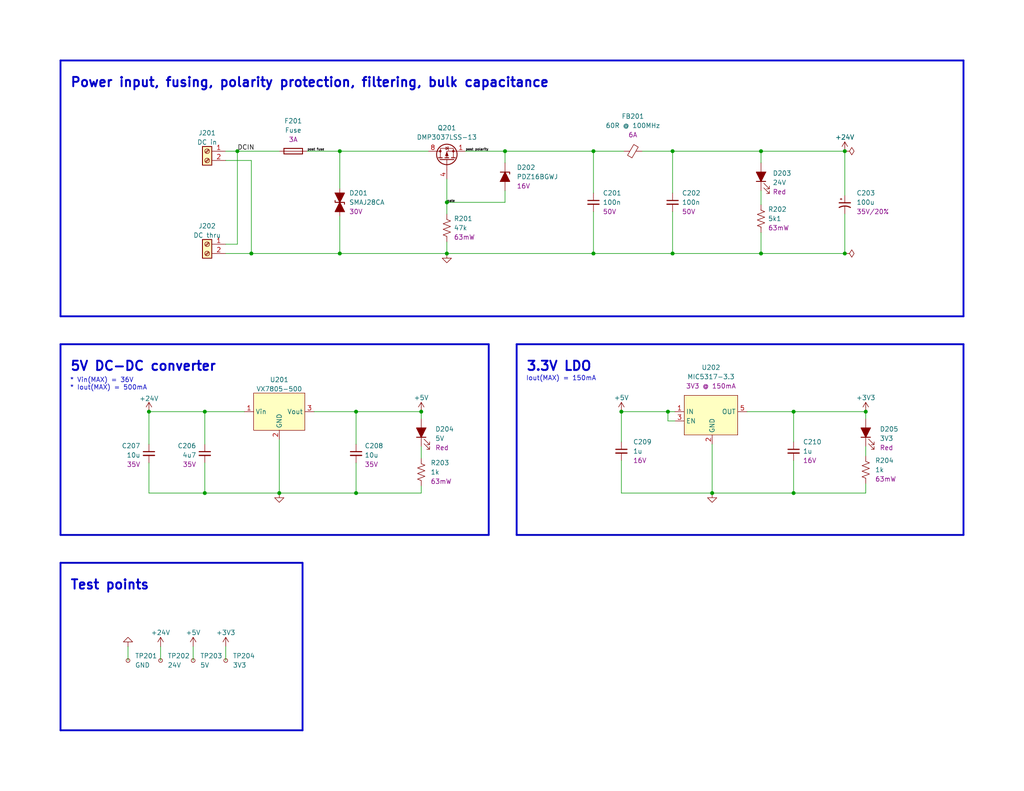
<source format=kicad_sch>
(kicad_sch (version 20211123) (generator eeschema)
  (paper "USLetter")
  (title_block (title "Starfish") (date "2022-10-14") (rev "v0") (company "Winterbloom") (comment 1 "Alethea Flowers") (comment 2 "CERN-OHL-S V2") (comment 3 "jellyfish.wntr.dev"))
  (lib_symbols
    (symbol "Connector:Screw_Terminal_01x02" (pin_names (offset 1.016) hide)
      (property "Reference" "J" (at 0 2.54 0))
      (property "Value" "Screw_Terminal_01x02" (at 0 -5.08 0))
      (symbol "Screw_Terminal_01x02_1_1"
        (rectangle (start -1.27 1.27) (end 1.27 -3.81) (stroke (width 0.254)) (fill (type background)))
        (circle (center 0 -2.54) (radius 0.635) (stroke (width 0.1524)))
        (polyline (pts (xy -0.5334 -2.2098) (xy 0.3302 -3.048)) (stroke (width 0.1524)))
        (polyline (pts (xy -0.5334 0.3302) (xy 0.3302 -0.508)) (stroke (width 0.1524)))
        (polyline (pts (xy -0.3556 -2.032) (xy 0.508 -2.8702)) (stroke (width 0.1524)))
        (polyline (pts (xy -0.3556 0.508) (xy 0.508 -0.3302)) (stroke (width 0.1524)))
        (circle (center 0 0) (radius 0.635) (stroke (width 0.1524)))
        (pin passive line (at -5.08 0 0) (length 3.81) (name "Pin_1") (number "1"))
        (pin passive line (at -5.08 -2.54 0) (length 3.81) (name "Pin_2") (number "2"))
      )
    )
    (symbol "Connector:TestPoint_Small" (pin_numbers hide) (pin_names (offset 0.762) hide)
      (property "Reference" "TP" (at 0 3.81 0))
      (property "Value" "TestPoint_Small" (at 0 2.032 0))
      (symbol "TestPoint_Small_0_1"
        (circle (center 0 0) (radius 0.508))
      )
      (symbol "TestPoint_Small_1_1"
        (pin passive line (at 0 0 90) (length 0) (name "1") (number "1"))
      )
    )
    (symbol "Device:C_Polarized_Small_US" (pin_numbers hide) (pin_names (offset 0.254) hide)
      (property "Reference" "C" (at 0.254 1.778 0))
      (property "Value" "C_Polarized_Small_US" (at 0.254 -2.032 0))
      (symbol "C_Polarized_Small_US_0_1"
        (polyline (pts (xy -1.524 0.508) (xy 1.524 0.508)) (stroke (width 0.3048)))
        (polyline (pts (xy -1.27 1.524) (xy -0.762 1.524)))
        (polyline (pts (xy -1.016 1.27) (xy -1.016 1.778)))
        (arc (start 1.524 -0.762) (mid 0 -0.3734) (end -1.524 -0.762) (stroke (width 0.3048)))
      )
      (symbol "C_Polarized_Small_US_1_1"
        (pin passive line (at 0 2.54 270) (length 2.032) (name "~") (number "1"))
        (pin passive line (at 0 -2.54 90) (length 2.032) (name "~") (number "2"))
      )
    )
    (symbol "Device:C_Small" (pin_numbers hide) (pin_names (offset 0.254) hide)
      (property "Reference" "C" (at 0.254 1.778 0))
      (property "Value" "C_Small" (at 0.254 -2.032 0))
      (symbol "C_Small_0_1"
        (polyline (pts (xy -1.524 -0.508) (xy 1.524 -0.508)) (stroke (width 0.3302)))
        (polyline (pts (xy -1.524 0.508) (xy 1.524 0.508)) (stroke (width 0.3048)))
      )
      (symbol "C_Small_1_1"
        (pin passive line (at 0 2.54 270) (length 2.032) (name "~") (number "1"))
        (pin passive line (at 0 -2.54 90) (length 2.032) (name "~") (number "2"))
      )
    )
    (symbol "Device:D_TVS_Filled" (pin_numbers hide) (pin_names (offset 1.016) hide)
      (property "Reference" "D" (at 0 2.54 0))
      (property "Value" "D_TVS_Filled" (at 0 -2.54 0))
      (symbol "D_TVS_Filled_0_1"
        (polyline (pts (xy 1.27 0) (xy -1.27 0)))
        (polyline (pts (xy -2.54 -1.27) (xy 0 0) (xy -2.54 1.27) (xy -2.54 -1.27)) (stroke (width 0.254)) (fill (type outline)))
        (polyline (pts (xy 0.508 1.27) (xy 0 1.27) (xy 0 -1.27) (xy -0.508 -1.27)) (stroke (width 0.254)))
        (polyline (pts (xy 2.54 1.27) (xy 2.54 -1.27) (xy 0 0) (xy 2.54 1.27)) (stroke (width 0.254)) (fill (type outline)))
      )
      (symbol "D_TVS_Filled_1_1"
        (pin passive line (at -3.81 0 0) (length 2.54) (name "A1") (number "1"))
        (pin passive line (at 3.81 0 180) (length 2.54) (name "A2") (number "2"))
      )
    )
    (symbol "Device:D_Zener_Filled" (pin_numbers hide) (pin_names (offset 1.016) hide)
      (property "Reference" "D" (at 0 2.54 0))
      (property "Value" "D_Zener_Filled" (at 0 -2.54 0))
      (symbol "D_Zener_Filled_0_1"
        (polyline (pts (xy 1.27 0) (xy -1.27 0)))
        (polyline (pts (xy -1.27 -1.27) (xy -1.27 1.27) (xy -0.762 1.27)) (stroke (width 0.254)))
        (polyline (pts (xy 1.27 -1.27) (xy 1.27 1.27) (xy -1.27 0) (xy 1.27 -1.27)) (stroke (width 0.254)) (fill (type outline)))
      )
      (symbol "D_Zener_Filled_1_1"
        (pin passive line (at -3.81 0 0) (length 2.54) (name "K") (number "1"))
        (pin passive line (at 3.81 0 180) (length 2.54) (name "A") (number "2"))
      )
    )
    (symbol "Device:FerriteBead_Small" (pin_numbers hide) (pin_names (offset 0))
      (property "Reference" "FB" (at 1.905 1.27 0))
      (property "Value" "FerriteBead_Small" (at 1.905 -1.27 0))
      (symbol "FerriteBead_Small_0_1"
        (polyline (pts (xy 0 -1.27) (xy 0 -0.7874)))
        (polyline (pts (xy 0 0.889) (xy 0 1.2954)))
        (polyline (pts (xy -1.8288 0.2794) (xy -1.1176 1.4986) (xy 1.8288 -0.2032) (xy 1.1176 -1.4224) (xy -1.8288 0.2794)))
      )
      (symbol "FerriteBead_Small_1_1"
        (pin passive line (at 0 2.54 270) (length 1.27) (name "~") (number "1"))
        (pin passive line (at 0 -2.54 90) (length 1.27) (name "~") (number "2"))
      )
    )
    (symbol "Device:Fuse" (pin_numbers hide) (pin_names (offset 0))
      (property "Reference" "F" (at 2.032 0 90))
      (property "Value" "Fuse" (at -1.905 0 90))
      (symbol "Fuse_0_1"
        (rectangle (start -0.762 -2.54) (end 0.762 2.54) (stroke (width 0.254)))
        (polyline (pts (xy 0 2.54) (xy 0 -2.54)))
      )
      (symbol "Fuse_1_1"
        (pin passive line (at 0 3.81 270) (length 1.27) (name "~") (number "1"))
        (pin passive line (at 0 -3.81 90) (length 1.27) (name "~") (number "2"))
      )
    )
    (symbol "Device:LED_Filled" (pin_numbers hide) (pin_names (offset 1.016) hide)
      (property "Reference" "D" (at 0 2.54 0))
      (property "Value" "LED_Filled" (at 0 -2.54 0))
      (symbol "LED_Filled_0_1"
        (polyline (pts (xy -1.27 -1.27) (xy -1.27 1.27)) (stroke (width 0.254)))
        (polyline (pts (xy -1.27 0) (xy 1.27 0)))
        (polyline (pts (xy 1.27 -1.27) (xy 1.27 1.27) (xy -1.27 0) (xy 1.27 -1.27)) (stroke (width 0.254)) (fill (type outline)))
        (polyline (pts (xy -3.048 -0.762) (xy -4.572 -2.286) (xy -3.81 -2.286) (xy -4.572 -2.286) (xy -4.572 -1.524)))
        (polyline (pts (xy -1.778 -0.762) (xy -3.302 -2.286) (xy -2.54 -2.286) (xy -3.302 -2.286) (xy -3.302 -1.524)))
      )
      (symbol "LED_Filled_1_1"
        (pin passive line (at -3.81 0 0) (length 2.54) (name "K") (number "1"))
        (pin passive line (at 3.81 0 180) (length 2.54) (name "A") (number "2"))
      )
    )
    (symbol "Device:R_US" (pin_numbers hide) (pin_names (offset 0))
      (property "Reference" "R" (at 2.54 0 90))
      (property "Value" "R_US" (at -2.54 0 90))
      (symbol "R_US_0_1"
        (polyline (pts (xy 0 -2.286) (xy 0 -2.54)))
        (polyline (pts (xy 0 2.286) (xy 0 2.54)))
        (polyline (pts (xy 0 -0.762) (xy 1.016 -1.143) (xy 0 -1.524) (xy -1.016 -1.905) (xy 0 -2.286)))
        (polyline (pts (xy 0 0.762) (xy 1.016 0.381) (xy 0 0) (xy -1.016 -0.381) (xy 0 -0.762)))
        (polyline (pts (xy 0 2.286) (xy 1.016 1.905) (xy 0 1.524) (xy -1.016 1.143) (xy 0 0.762)))
      )
      (symbol "R_US_1_1"
        (pin passive line (at 0 3.81 270) (length 1.27) (name "~") (number "1"))
        (pin passive line (at 0 -3.81 90) (length 1.27) (name "~") (number "2"))
      )
    )
    (symbol "Transistor_FET:IRF7404" (pin_names hide)
      (property "Reference" "Q" (at 5.08 1.905 0))
      (property "Value" "IRF7404" (at 5.08 0 0))
      (symbol "IRF7404_0_1"
        (polyline (pts (xy 0.254 0) (xy -2.54 0)))
        (polyline (pts (xy 0.254 1.905) (xy 0.254 -1.905)) (stroke (width 0.254)))
        (polyline (pts (xy 0.762 -1.27) (xy 0.762 -2.286)) (stroke (width 0.254)))
        (polyline (pts (xy 0.762 0.508) (xy 0.762 -0.508)) (stroke (width 0.254)))
        (polyline (pts (xy 0.762 2.286) (xy 0.762 1.27)) (stroke (width 0.254)))
        (polyline (pts (xy 2.54 2.54) (xy 2.54 1.778)))
        (polyline (pts (xy 2.54 -2.54) (xy 2.54 0) (xy 0.762 0)))
        (polyline (pts (xy 0.762 1.778) (xy 3.302 1.778) (xy 3.302 -1.778) (xy 0.762 -1.778)))
        (polyline (pts (xy 2.286 0) (xy 1.27 0.381) (xy 1.27 -0.381) (xy 2.286 0)) (fill (type outline)))
        (polyline (pts (xy 2.794 -0.508) (xy 2.921 -0.381) (xy 3.683 -0.381) (xy 3.81 -0.254)))
        (polyline (pts (xy 3.302 -0.381) (xy 2.921 0.254) (xy 3.683 0.254) (xy 3.302 -0.381)))
        (circle (center 1.651 0) (radius 2.794) (stroke (width 0.254)))
        (circle (center 2.54 -1.778) (radius 0.254) (fill (type outline)))
        (circle (center 2.54 1.778) (radius 0.254) (fill (type outline)))
      )
      (symbol "IRF7404_1_1"
        (pin passive line (at 2.54 -5.08 90) (length 2.54) (name "S") (number "1"))
        (pin passive line (at 2.54 -5.08 90) (length 2.54) hide (name "S") (number "2"))
        (pin passive line (at 2.54 -5.08 90) (length 2.54) hide (name "S") (number "3"))
        (pin passive line (at -5.08 0 0) (length 2.54) (name "G") (number "4"))
        (pin passive line (at 2.54 5.08 270) (length 2.54) hide (name "D") (number "5"))
        (pin passive line (at 2.54 5.08 270) (length 2.54) hide (name "D") (number "6"))
        (pin passive line (at 2.54 5.08 270) (length 2.54) hide (name "D") (number "7"))
        (pin passive line (at 2.54 5.08 270) (length 2.54) (name "D") (number "8"))
      )
    )
    (symbol "power:+24V" (power) (pin_names (offset 0))
      (property "Value" "+24V" (at 0 3.556 0))
      (symbol "+24V_0_1"
        (polyline (pts (xy -0.762 1.27) (xy 0 2.54)))
        (polyline (pts (xy 0 0) (xy 0 2.54)))
        (polyline (pts (xy 0 2.54) (xy 0.762 1.27)))
      )
      (symbol "+24V_1_1"
        (pin power_in line (at 0 0 90) (length 0) hide (name "+24V") (number "1"))
      )
    )
    (symbol "power:+3V3" (power) (pin_names (offset 0))
      (property "Value" "+3V3" (at 0 3.556 0))
      (symbol "+3V3_0_1"
        (polyline (pts (xy -0.762 1.27) (xy 0 2.54)))
        (polyline (pts (xy 0 0) (xy 0 2.54)))
        (polyline (pts (xy 0 2.54) (xy 0.762 1.27)))
      )
      (symbol "+3V3_1_1"
        (pin power_in line (at 0 0 90) (length 0) hide (name "+3V3") (number "1"))
      )
    )
    (symbol "power:+5V" (power) (pin_names (offset 0))
      (property "Value" "+5V" (at 0 3.556 0))
      (symbol "+5V_0_1"
        (polyline (pts (xy -0.762 1.27) (xy 0 2.54)))
        (polyline (pts (xy 0 0) (xy 0 2.54)))
        (polyline (pts (xy 0 2.54) (xy 0.762 1.27)))
      )
      (symbol "+5V_1_1"
        (pin power_in line (at 0 0 90) (length 0) hide (name "+5V") (number "1"))
      )
    )
    (symbol "power:GND" (power) (pin_names (offset 0))
      (property "Value" "GND" (at 0 -3.81 0))
      (symbol "GND_0_1"
        (polyline (pts (xy 0 0) (xy 0 -1.27) (xy 1.27 -1.27) (xy 0 -2.54) (xy -1.27 -1.27) (xy 0 -1.27)))
      )
      (symbol "GND_1_1"
        (pin power_in line (at 0 0 270) (length 0) hide (name "GND") (number "1"))
      )
    )
    (symbol "power:PWR_FLAG" (power) (pin_numbers hide) (pin_names (offset 0) hide)
      (property "Value" "PWR_FLAG" (at 0 3.81 0))
      (symbol "PWR_FLAG_0_0"
        (pin power_out line (at 0 0 90) (length 0) (name "pwr") (number "1"))
      )
      (symbol "PWR_FLAG_0_1"
        (polyline (pts (xy 0 0) (xy 0 1.27) (xy -1.016 1.905) (xy 0 2.54) (xy 1.016 1.905) (xy 0 1.27)))
      )
    )
    (symbol "winterbloom:MIC5317"
      (property "Reference" "U" (at 0 7.62 0))
      (property "Value" "MIC5317" (at 0 5.715 0))
      (symbol "MIC5317_0_0"
        (pin power_in line (at -10.16 0 0) (length 2.54) (name "IN") (number "1"))
        (pin power_in line (at 0 -8.89 90) (length 2.54) (name "GND") (number "2"))
        (pin input line (at -10.16 -2.54 0) (length 2.54) (name "EN") (number "3"))
        (pin no_connect line (at 0 0 0) (length 2.54) hide (name "NC") (number "4"))
        (pin power_out line (at 9.525 0 180) (length 2.54) (name "OUT") (number "5"))
      )
      (symbol "MIC5317_0_1"
        (rectangle (start -7.62 4.445) (end 6.985 -6.35) (stroke (width 0.1524)) (fill (type background)))
      )
    )
    (symbol "winterbloom:VX7805-500"
      (property "Reference" "U" (at 6.985 -6.35 0))
      (property "Value" "VX7805-500" (at 0 6.35 0))
      (symbol "VX7805-500_0_0"
        (pin power_in line (at -9.525 0 0) (length 2.54) (name "Vin") (number "1"))
        (pin power_in line (at 0 -7.62 90) (length 2.54) (name "GND") (number "2"))
        (pin power_out line (at 9.525 0 180) (length 2.54) (name "Vout") (number "3"))
      )
      (symbol "VX7805-500_0_1"
        (rectangle (start 6.985 -5.08) (end -6.985 5.08) (stroke (width 0.1524)) (fill (type background)))
      )
    )
  )
  (junction (at 121.92 55.245))
  (junction (at 183.515 69.215))
  (junction (at 55.88 134.62))
  (junction (at 92.71 69.215))
  (junction (at 68.58 69.215))
  (junction (at 97.155 112.395))
  (junction (at 236.22 112.395))
  (junction (at 92.71 41.275))
  (junction (at 230.505 69.215))
  (junction (at 161.925 69.215))
  (junction (at 64.77 41.275))
  (junction (at 114.935 112.395))
  (junction (at 216.535 134.62))
  (junction (at 183.515 41.275))
  (junction (at 182.245 112.395))
  (junction (at 216.535 112.395))
  (junction (at 169.545 112.395))
  (junction (at 207.645 41.275))
  (junction (at 194.31 134.62))
  (junction (at 55.88 112.395))
  (junction (at 76.2 134.62))
  (junction (at 207.645 69.215))
  (junction (at 121.92 69.215))
  (junction (at 161.925 41.275))
  (junction (at 137.795 41.275))
  (junction (at 230.505 41.275))
  (junction (at 97.155 134.62))
  (junction (at 40.64 112.395))
  (wire (pts (xy 169.545 112.395) (xy 182.245 112.395)))
  (wire (pts (xy 216.535 112.395) (xy 216.535 120.65)))
  (wire (pts (xy 92.71 41.275) (xy 116.84 41.275)))
  (polyline (pts (xy 133.35 93.98) (xy 133.35 146.05)) (stroke (width 0.5) (type solid)))
  (polyline (pts (xy 140.97 93.98) (xy 262.89 93.98)) (stroke (width 0.5) (type solid)))
  (wire (pts (xy 114.935 132.715) (xy 114.935 134.62)))
  (wire (pts (xy 161.925 41.275) (xy 161.925 52.705)))
  (wire (pts (xy 121.92 66.04) (xy 121.92 69.215)))
  (wire (pts (xy 64.77 41.275) (xy 76.2 41.275)))
  (polyline (pts (xy 16.51 93.98) (xy 133.35 93.98)) (stroke (width 0.5) (type solid)))
  (wire (pts (xy 207.645 55.88) (xy 207.645 52.07)))
  (polyline (pts (xy 140.97 93.98) (xy 140.97 146.05)) (stroke (width 0.5) (type solid)))
  (wire (pts (xy 76.2 120.015) (xy 76.2 134.62)))
  (wire (pts (xy 236.22 112.395) (xy 236.22 114.3)))
  (wire (pts (xy 194.31 121.285) (xy 194.31 134.62)))
  (wire (pts (xy 169.545 134.62) (xy 194.31 134.62)))
  (wire (pts (xy 61.595 43.815) (xy 68.58 43.815)))
  (wire (pts (xy 183.515 69.215) (xy 207.645 69.215)))
  (wire (pts (xy 121.92 55.245) (xy 121.92 58.42)))
  (wire (pts (xy 182.245 112.395) (xy 184.15 112.395)))
  (wire (pts (xy 61.595 176.53) (xy 61.595 180.34)))
  (wire (pts (xy 161.925 41.275) (xy 170.18 41.275)))
  (wire (pts (xy 137.795 41.275) (xy 161.925 41.275)))
  (wire (pts (xy 184.15 114.935) (xy 182.245 114.935)))
  (wire (pts (xy 169.545 134.62) (xy 169.545 125.73)))
  (wire (pts (xy 34.925 176.53) (xy 34.925 180.34)))
  (wire (pts (xy 183.515 69.215) (xy 161.925 69.215)))
  (wire (pts (xy 55.88 112.395) (xy 66.675 112.395)))
  (wire (pts (xy 207.645 44.45) (xy 207.645 41.275)))
  (wire (pts (xy 55.88 126.365) (xy 55.88 134.62)))
  (wire (pts (xy 76.2 134.62) (xy 97.155 134.62)))
  (wire (pts (xy 92.71 59.055) (xy 92.71 69.215)))
  (wire (pts (xy 194.31 134.62) (xy 216.535 134.62)))
  (wire (pts (xy 183.515 57.785) (xy 183.515 69.215)))
  (wire (pts (xy 207.645 69.215) (xy 230.505 69.215)))
  (wire (pts (xy 52.705 176.53) (xy 52.705 180.34)))
  (polyline (pts (xy 16.51 153.67) (xy 82.55 153.67)) (stroke (width 0.5) (type solid)))
  (wire (pts (xy 207.645 63.5) (xy 207.645 69.215)))
  (polyline (pts (xy 16.51 16.51) (xy 16.51 86.36)) (stroke (width 0.5) (type solid)))
  (polyline (pts (xy 262.89 16.51) (xy 262.89 86.36)) (stroke (width 0.5) (type solid)))
  (wire (pts (xy 97.155 134.62) (xy 97.155 126.365)))
  (wire (pts (xy 61.595 41.275) (xy 64.77 41.275)))
  (wire (pts (xy 55.88 134.62) (xy 76.2 134.62)))
  (wire (pts (xy 97.155 112.395) (xy 114.935 112.395)))
  (wire (pts (xy 121.92 69.215) (xy 161.925 69.215)))
  (wire (pts (xy 230.505 41.275) (xy 230.505 53.34)))
  (wire (pts (xy 161.925 69.215) (xy 161.925 57.785)))
  (wire (pts (xy 92.71 69.215) (xy 121.92 69.215)))
  (polyline (pts (xy 262.89 146.05) (xy 140.97 146.05)) (stroke (width 0.5) (type solid)))
  (wire (pts (xy 169.545 120.65) (xy 169.545 112.395)))
  (wire (pts (xy 216.535 112.395) (xy 236.22 112.395)))
  (wire (pts (xy 68.58 69.215) (xy 92.71 69.215)))
  (wire (pts (xy 236.22 124.46) (xy 236.22 121.92)))
  (wire (pts (xy 127 41.275) (xy 137.795 41.275)))
  (polyline (pts (xy 262.89 86.36) (xy 16.51 86.36)) (stroke (width 0.5) (type solid)))
  (wire (pts (xy 85.725 112.395) (xy 97.155 112.395)))
  (polyline (pts (xy 16.51 153.67) (xy 16.51 199.39)) (stroke (width 0.5) (type solid)))
  (wire (pts (xy 61.595 66.675) (xy 64.77 66.675)))
  (wire (pts (xy 182.245 114.935) (xy 182.245 112.395)))
  (wire (pts (xy 183.515 41.275) (xy 183.515 52.705)))
  (wire (pts (xy 55.88 134.62) (xy 40.64 134.62)))
  (wire (pts (xy 216.535 134.62) (xy 236.22 134.62)))
  (wire (pts (xy 207.645 41.275) (xy 230.505 41.275)))
  (wire (pts (xy 121.92 48.895) (xy 121.92 55.245)))
  (wire (pts (xy 55.88 112.395) (xy 40.64 112.395)))
  (wire (pts (xy 183.515 41.275) (xy 207.645 41.275)))
  (polyline (pts (xy 133.35 146.05) (xy 16.51 146.05)) (stroke (width 0.5) (type solid)))
  (polyline (pts (xy 16.51 16.51) (xy 262.89 16.51)) (stroke (width 0.5) (type solid)))
  (wire (pts (xy 114.935 114.3) (xy 114.935 112.395)))
  (wire (pts (xy 175.26 41.275) (xy 183.515 41.275)))
  (wire (pts (xy 40.64 126.365) (xy 40.64 134.62)))
  (wire (pts (xy 216.535 125.73) (xy 216.535 134.62)))
  (wire (pts (xy 230.505 58.42) (xy 230.505 69.215)))
  (wire (pts (xy 137.795 41.275) (xy 137.795 44.45)))
  (wire (pts (xy 92.71 41.275) (xy 92.71 51.435)))
  (wire (pts (xy 137.795 52.07) (xy 137.795 55.245)))
  (wire (pts (xy 114.935 134.62) (xy 97.155 134.62)))
  (wire (pts (xy 40.64 112.395) (xy 40.64 121.285)))
  (polyline (pts (xy 262.89 93.98) (xy 262.89 146.05)) (stroke (width 0.5) (type solid)))
  (wire (pts (xy 68.58 43.815) (xy 68.58 69.215)))
  (wire (pts (xy 83.82 41.275) (xy 92.71 41.275)))
  (wire (pts (xy 43.815 176.53) (xy 43.815 180.34)))
  (wire (pts (xy 114.935 125.095) (xy 114.935 121.92)))
  (wire (pts (xy 121.92 55.245) (xy 137.795 55.245)))
  (wire (pts (xy 97.155 112.395) (xy 97.155 121.285)))
  (wire (pts (xy 203.835 112.395) (xy 216.535 112.395)))
  (polyline (pts (xy 16.51 93.98) (xy 16.51 146.05)) (stroke (width 0.5) (type solid)))
  (polyline (pts (xy 82.55 153.67) (xy 82.55 199.39)) (stroke (width 0.5) (type solid)))
  (wire (pts (xy 236.22 134.62) (xy 236.22 132.08)))
  (wire (pts (xy 55.88 112.395) (xy 55.88 121.285)))
  (wire (pts (xy 64.77 41.275) (xy 64.77 66.675)))
  (wire (pts (xy 61.595 69.215) (xy 68.58 69.215)))
  (polyline (pts (xy 82.55 199.39) (xy 16.51 199.39)) (stroke (width 0.5) (type solid)))
  (text "Test points" (at 19.05 161.29 0) (effects (font (size 2.54 2.54) (thickness 0.508) bold) (justify left bottom)))
  (text "3.3V LDO" (at 143.51 101.6 0) (effects (font (size 2.54 2.54) (thickness 0.508) bold) (justify left bottom)))
  (text "Iout(MAX) = 150mA" (at 143.51 104.14 0) (effects (font (size 1.27 1.27)) (justify left bottom)))
  (text "* Vin(MAX) = 36V\n* Iout(MAX) = 500mA" (at 19.05 106.68 0) (effects (font (size 1.27 1.27)) (justify left bottom)))
  (text "5V DC-DC converter" (at 19.05 101.6 0) (effects (font (size 2.54 2.54) (thickness 0.508) bold) (justify left bottom)))
  (text "Power input, fusing, polarity protection, filtering, bulk capacitance" (at 19.05 24.13 0) (effects (font (size 2.54 2.54) (thickness 0.508) bold) (justify left bottom)))
  (label "gate" (at 121.92 55.3485 0) (effects (font (size 0.64 0.64))))
  (label "post fuse" (at 83.82 41.275 0) (effects (font (size 0.64 0.64))))
  (label "post polarity" (at 127 41.275 0) (effects (font (size 0.64 0.64))))
  (label "DCIN" (at 64.77 41.275 0))
  (symbol (lib_id "Connector:Screw_Terminal_01x02") (at 56.515 66.675 0) (mirror y) (unit 1)
    (property "Reference" "J202" (at 56.515 61.7052 0))
    (property "Value" "DC thru" (at 56.515 64.2421 0))
    (property "Footprint" "winterbloom:TerminalBlock_CUI_TB002-500_1x02_P5.00mm_Vertical" (effects hide))
    (property "Datasheet" "https://www.cuidevices.com/product/resource/tb002-500.pdf" (effects hide))
    (property "mpn" "TB002-500-02BE" (effects hide))
  )
  (symbol (lib_id "power:+5V") (at 52.705 176.53 0) (unit 1)
    (property "Reference" "#PWR0211" (effects hide))
    (property "Value" "+5V" (at 52.705 172.72 0))
  )
  (symbol (lib_id "power:PWR_FLAG") (at 230.505 41.275 270) (unit 1)
    (property "Reference" "#FLG0201" (effects hide))
    (property "Value" "PWR_FLAG" (effects hide))
  )
  (symbol (lib_id "power:GND") (at 194.31 134.62 0) (unit 1)
    (property "Reference" "#PWR0207" (effects hide))
    (property "Value" "GND" (effects hide))
  )
  (symbol (lib_id "Connector:TestPoint_Small") (at 43.815 180.34 180) (unit 1)
    (property "Reference" "TP202" (at 45.72 179.0699 0) (effects (justify right)))
    (property "Value" "24V" (at 45.72 181.6099 0) (effects (justify right)))
    (property "Footprint" "TestPoint:TestPoint_Pad_1.0x1.0mm" (effects hide))
  )
  (symbol (lib_id "Device:C_Small") (at 161.925 55.245 0) (unit 1)
    (property "Reference" "C201" (at 164.465 52.7112 0) (effects (justify left)))
    (property "Value" "100n" (at 164.465 55.2512 0) (effects (justify left)))
    (property "Footprint" "winterbloom:C_0603_HandSolder" (effects hide))
    (property "Rating" "50V" (at 164.465 57.7912 0) (effects (justify left)))
    (property "mpn" "CL10B104KB8NNWC" (effects hide))
  )
  (symbol (lib_id "Device:R_US") (at 207.645 59.69 0) (unit 1)
    (property "Reference" "R202" (at 209.55 57.1499 0) (effects (justify left)))
    (property "Value" "5k1" (at 209.55 59.6899 0) (effects (justify left)))
    (property "Footprint" "winterbloom:R_0402_HandSolder" (effects hide))
    (property "mpn" "AC0603FR-075K1L" (effects hide))
    (property "Rating" "63mW" (at 209.55 62.2299 0) (effects (justify left)))
  )
  (symbol (lib_id "power:+5V") (at 169.545 112.395 0) (unit 1)
    (property "Reference" "#PWR0206" (effects hide))
    (property "Value" "+5V" (at 169.545 108.585 0))
  )
  (symbol (lib_id "Device:D_TVS_Filled") (at 92.71 55.245 270) (unit 1)
    (property "Reference" "D201" (at 95.25 52.7049 90) (effects (justify left)))
    (property "Value" "SMAJ28CA" (at 95.25 55.2449 90) (effects (justify left)))
    (property "Footprint" "winterbloom:D_SMA" (effects hide))
    (property "Datasheet" "https://www.littelfuse.com/~/media/electronics/datasheets/tvs_diodes/littelfuse_tvs_diode_smaj_datasheet.pdf.pdf" (effects hide))
    (property "Rating" "30V" (at 95.25 57.7849 90) (effects (justify left)))
    (property "mpn" "SMAJ28CA" (effects hide))
  )
  (symbol (lib_id "Device:C_Small") (at 183.515 55.245 0) (unit 1)
    (property "Reference" "C202" (at 186.055 52.7112 0) (effects (justify left)))
    (property "Value" "100n" (at 186.055 55.2512 0) (effects (justify left)))
    (property "Footprint" "winterbloom:C_0603_HandSolder" (effects hide))
    (property "Rating" "50V" (at 186.055 57.7912 0) (effects (justify left)))
    (property "mpn" "CL10B104KB8NNWC" (effects hide))
  )
  (symbol (lib_id "winterbloom:VX7805-500") (at 76.2 112.395 0) (unit 1)
    (property "Reference" "U201" (at 76.2 103.666 0))
    (property "Value" "VX7805-500" (at 76.2 106.2029 0))
    (property "Footprint" "winterbloom:Converter_DCDC_CUI_VX78-500_THT" (effects hide))
    (property "Datasheet" "https://www.mouser.com/datasheet/2/670/vx78_500-1774570.pdf" (effects hide))
    (property "mpn" "VX7805-500" (effects hide))
  )
  (symbol (lib_id "Transistor_FET:IRF7404") (at 121.92 43.815 90) (unit 1)
    (property "Reference" "Q201" (at 121.92 34.925 90))
    (property "Value" "DMP3037LSS-13" (at 121.92 37.465 90))
    (property "Footprint" "Package_SO:SOIC-8_3.9x4.9mm_P1.27mm" (effects hide))
    (property "Datasheet" "https://www.diodes.com/assets/Datasheets/DMP3037LSS.pdf" (effects hide))
    (property "mpn" "DMP3037LSS-13" (effects hide))
  )
  (symbol (lib_id "Device:FerriteBead_Small") (at 172.72 41.275 90) (unit 1)
    (property "Reference" "FB201" (at 172.6819 31.75 90))
    (property "Value" "60R @ 100MHz" (at 172.6819 34.29 90))
    (property "Footprint" "Inductor_SMD:L_1806_4516Metric_Pad1.45x1.90mm_HandSolder" (effects hide))
    (property "Datasheet" "https://www.murata.com/en-us/products/productdata/8796739862558/ENFA0007.pdf" (effects hide))
    (property "Rating" "6A" (at 172.6819 36.83 90))
    (property "mpn" "BLM41PG600SN1L" (effects hide))
  )
  (symbol (lib_id "power:+24V") (at 40.64 112.395 0) (unit 1)
    (property "Reference" "#PWR0203" (effects hide))
    (property "Value" "+24V" (at 40.64 108.8192 0))
  )
  (symbol (lib_id "power:+24V") (at 43.815 176.53 0) (unit 1)
    (property "Reference" "#PWR0210" (effects hide))
    (property "Value" "+24V" (at 43.815 172.72 0))
  )
  (symbol (lib_id "Device:LED_Filled") (at 114.935 118.11 90) (unit 1)
    (property "Reference" "D204" (at 118.745 117.1574 90) (effects (justify right)))
    (property "Value" "5V" (at 118.745 119.6974 90) (effects (justify right)))
    (property "Footprint" "winterbloom:LED_0805_Kingbright_APT2012" (effects hide))
    (property "Datasheet" "https://www.kingbrightusa.com/images/catalog/SPEC/APT2012EC.pdf" (effects hide))
    (property "mpn" "APT2012EC" (effects hide))
    (property "Rating" "Red" (at 118.745 122.2374 90) (effects (justify right)))
  )
  (symbol (lib_id "Device:LED_Filled") (at 207.645 48.26 90) (unit 1)
    (property "Reference" "D203" (at 210.82 47.3074 90) (effects (justify right)))
    (property "Value" "24V" (at 210.82 49.8474 90) (effects (justify right)))
    (property "Footprint" "winterbloom:LED_0805_Kingbright_APT2012" (effects hide))
    (property "Datasheet" "https://www.kingbrightusa.com/images/catalog/SPEC/APT2012EC.pdf" (effects hide))
    (property "mpn" "APT2012EC" (effects hide))
    (property "Rating" "Red" (at 210.82 52.3874 90) (effects (justify right)))
  )
  (symbol (lib_id "Device:C_Polarized_Small_US") (at 230.505 55.88 0) (unit 1)
    (property "Reference" "C203" (at 233.68 52.7049 0) (effects (justify left)))
    (property "Value" "100u" (at 233.68 55.2449 0) (effects (justify left)))
    (property "Footprint" "Capacitor_SMD:CP_Elec_6.3x9.9" (effects hide))
    (property "Rating" "35V/20%" (at 233.68 57.7849 0) (effects (justify left)))
    (property "mpn" "865080653016, UWT1V221MNL1GS" (effects hide))
  )
  (symbol (lib_id "Device:C_Small") (at 169.545 123.19 0) (unit 1)
    (property "Reference" "C209" (at 172.72 120.6562 0) (effects (justify left)))
    (property "Value" "1u" (at 172.72 123.1962 0) (effects (justify left)))
    (property "Footprint" "winterbloom:C_0402_HandSolder" (effects hide))
    (property "mpn" "CL05A105KO5NNNC" (effects hide))
    (property "Rating" "16V" (at 172.72 125.7362 0) (effects (justify left)))
  )
  (symbol (lib_id "Device:LED_Filled") (at 236.22 118.11 90) (unit 1)
    (property "Reference" "D205" (at 240.03 117.1574 90) (effects (justify right)))
    (property "Value" "3V3" (at 240.03 119.6974 90) (effects (justify right)))
    (property "Footprint" "winterbloom:LED_0805_Kingbright_APT2012" (effects hide))
    (property "Datasheet" "https://www.kingbrightusa.com/images/catalog/SPEC/APT2012EC.pdf" (effects hide))
    (property "mpn" "APT2012EC" (effects hide))
    (property "Rating" "Red" (at 240.03 122.2374 90) (effects (justify right)))
  )
  (symbol (lib_id "power:+3V3") (at 61.595 176.53 0) (unit 1)
    (property "Reference" "#PWR0212" (effects hide))
    (property "Value" "+3V3" (at 61.595 172.72 0))
  )
  (symbol (lib_id "Connector:Screw_Terminal_01x02") (at 56.515 41.275 0) (mirror y) (unit 1)
    (property "Reference" "J201" (at 56.515 36.3052 0))
    (property "Value" "DC in" (at 56.515 38.8421 0))
    (property "Footprint" "winterbloom:TerminalBlock_CUI_TB002-500_1x02_P5.00mm_Vertical" (effects hide))
    (property "Datasheet" "https://www.cuidevices.com/product/resource/tb002-500.pdf" (effects hide))
    (property "mpn" "TB002-500-02BE" (effects hide))
  )
  (symbol (lib_id "Device:C_Small") (at 97.155 123.825 0) (unit 1)
    (property "Reference" "C208" (at 99.4791 121.7282 0) (effects (justify left)))
    (property "Value" "10u" (at 99.4791 124.2651 0) (effects (justify left)))
    (property "Footprint" "winterbloom:C_1210_HandSolder" (effects hide))
    (property "mpn" "CL32A106KAULNNE" (effects hide))
    (property "Rating" "35V" (at 99.4791 126.802 0) (effects (justify left)))
  )
  (symbol (lib_id "power:GND") (at 76.2 134.62 0) (unit 1)
    (property "Reference" "#PWR0204" (effects hide))
    (property "Value" "GND" (effects hide))
  )
  (symbol (lib_id "Device:C_Small") (at 40.64 123.825 0) (unit 1)
    (property "Reference" "C207" (at 38.316 121.7282 0) (effects (justify right)))
    (property "Value" "10u" (at 38.316 124.2651 0) (effects (justify right)))
    (property "Footprint" "winterbloom:C_1210_HandSolder" (effects hide))
    (property "mpn" "CL32A106KAULNNE" (effects hide))
    (property "Rating" "35V" (at 38.316 126.802 0) (effects (justify right)))
  )
  (symbol (lib_id "Connector:TestPoint_Small") (at 52.705 180.34 0) (unit 1)
    (property "Reference" "TP203" (at 54.61 179.0699 0) (effects (justify left)))
    (property "Value" "5V" (at 54.61 181.6099 0) (effects (justify left)))
    (property "Footprint" "TestPoint:TestPoint_Pad_D1.0mm" (effects hide))
  )
  (symbol (lib_id "Connector:TestPoint_Small") (at 34.925 180.34 180) (unit 1)
    (property "Reference" "TP201" (at 36.83 179.0699 0) (effects (justify right)))
    (property "Value" "GND" (at 36.83 181.6099 0) (effects (justify right)))
    (property "Footprint" "TestPoint:TestPoint_Pad_1.0x1.0mm" (effects hide))
  )
  (symbol (lib_id "Device:D_Zener_Filled") (at 137.795 48.26 270) (unit 1)
    (property "Reference" "D202" (at 140.97 45.7199 90) (effects (justify left)))
    (property "Value" "PDZ16BGWJ" (at 140.97 48.2599 90) (effects (justify left)))
    (property "Footprint" "winterbloom:D_SOD-123" (effects hide))
    (property "Datasheet" "https://assets.nexperia.com/documents/data-sheet/PDZ-GW_SER.pdf" (effects hide))
    (property "Rating" "16V" (at 140.97 50.7999 90) (effects (justify left)))
    (property "mpn" "PDZ16BGWJ" (effects hide))
  )
  (symbol (lib_id "Connector:TestPoint_Small") (at 61.595 180.34 180) (unit 1)
    (property "Reference" "TP204" (at 63.5 179.0699 0) (effects (justify right)))
    (property "Value" "3V3" (at 63.5 181.6099 0) (effects (justify right)))
    (property "Footprint" "TestPoint:TestPoint_Pad_D1.0mm" (effects hide))
  )
  (symbol (lib_id "Device:C_Small") (at 55.88 123.825 0) (unit 1)
    (property "Reference" "C206" (at 53.556 121.7282 0) (effects (justify right)))
    (property "Value" "4u7" (at 53.556 124.2651 0) (effects (justify right)))
    (property "Footprint" "winterbloom:C_0805_HandSolder" (effects hide))
    (property "mpn" "CL21A475KLCLQNC" (effects hide))
    (property "Rating" "35V" (at 53.556 126.802 0) (effects (justify right)))
  )
  (symbol (lib_id "Device:R_US") (at 236.22 128.27 0) (unit 1)
    (property "Reference" "R204" (at 238.76 125.7299 0) (effects (justify left)))
    (property "Value" "1k" (at 238.76 128.2699 0) (effects (justify left)))
    (property "Footprint" "winterbloom:R_0402_HandSolder" (effects hide))
    (property "mpn" "RC0402JR-071KL" (effects hide))
    (property "Rating" "63mW" (at 238.76 130.8099 0) (effects (justify left)))
  )
  (symbol (lib_id "Device:Fuse") (at 80.01 41.275 90) (unit 1)
    (property "Reference" "F201" (at 80.01 33.02 90))
    (property "Value" "Fuse" (at 80.01 35.56 90))
    (property "Footprint" "Fuse:Fuseholder_Blade_Mini_Keystone_3568" (effects hide))
    (property "Datasheet" "https://www.keyelco.com/userAssets/file/M65p42.pdf" (effects hide))
    (property "Rating" "3A" (at 80.01 38.1 90))
    (property "mpn" "3568" (effects hide))
  )
  (symbol (lib_id "winterbloom:MIC5317") (at 194.31 112.395 0) (unit 1)
    (property "Reference" "U202" (at 193.9925 100.33 0))
    (property "Value" "MIC5317-3.3" (at 193.9925 102.87 0))
    (property "Footprint" "Package_TO_SOT_SMD:SOT-23-5" (effects hide))
    (property "Datasheet" "https://www.mouser.com/datasheet/2/268/MIC5317_High_Performance_Single_150mA_LDO_DS200061-1891237.pdf" (effects hide))
    (property "mpn" "MIC5317-3.3YD5" (effects hide))
    (property "Rating" "3V3 @ 150mA" (at 193.9925 105.41 0))
  )
  (symbol (lib_id "power:GND") (at 34.925 176.53 180) (unit 1)
    (property "Reference" "#PWR0209" (effects hide))
    (property "Value" "GND" (effects hide))
  )
  (symbol (lib_id "Device:R_US") (at 121.92 62.23 0) (unit 1)
    (property "Reference" "R201" (at 123.825 59.6899 0) (effects (justify left)))
    (property "Value" "47k" (at 123.825 62.2299 0) (effects (justify left)))
    (property "Footprint" "winterbloom:R_0402_HandSolder" (effects hide))
    (property "Rating" "63mW" (at 123.825 64.7699 0) (effects (justify left)))
    (property "mpn" "RC0402FR-0747KL" (effects hide))
  )
  (symbol (lib_id "power:+3V3") (at 236.22 112.395 0) (unit 1)
    (property "Reference" "#PWR0208" (effects hide))
    (property "Value" "+3V3" (at 236.22 108.585 0))
  )
  (symbol (lib_id "Device:R_US") (at 114.935 128.905 0) (unit 1)
    (property "Reference" "R203" (at 117.475 126.3649 0) (effects (justify left)))
    (property "Value" "1k" (at 117.475 128.9049 0) (effects (justify left)))
    (property "Footprint" "winterbloom:R_0402_HandSolder" (effects hide))
    (property "mpn" "RC0402JR-071KL" (effects hide))
    (property "Rating" "63mW" (at 117.475 131.4449 0) (effects (justify left)))
  )
  (symbol (lib_id "power:GND") (at 121.92 69.215 0) (unit 1)
    (property "Reference" "#PWR0201" (effects hide))
    (property "Value" "GND" (effects hide))
  )
  (symbol (lib_id "power:PWR_FLAG") (at 230.505 69.215 270) (unit 1)
    (property "Reference" "#FLG0202" (effects hide))
    (property "Value" "PWR_FLAG" (effects hide))
  )
  (symbol (lib_id "power:+5V") (at 114.935 112.395 0) (unit 1)
    (property "Reference" "#PWR0205" (effects hide))
    (property "Value" "+5V" (at 114.935 108.585 0))
  )
  (symbol (lib_id "Device:C_Small") (at 216.535 123.19 0) (unit 1)
    (property "Reference" "C210" (at 219.075 120.6562 0) (effects (justify left)))
    (property "Value" "1u" (at 219.075 123.1962 0) (effects (justify left)))
    (property "Footprint" "winterbloom:C_0402_HandSolder" (effects hide))
    (property "mpn" "CL05A105KO5NNNC" (effects hide))
    (property "Rating" "16V" (at 219.075 125.7362 0) (effects (justify left)))
  )
  (symbol (lib_id "power:+24V") (at 230.505 41.275 0) (unit 1)
    (property "Reference" "#PWR0202" (effects hide))
    (property "Value" "+24V" (at 230.505 37.465 0))
  )
)
</source>
